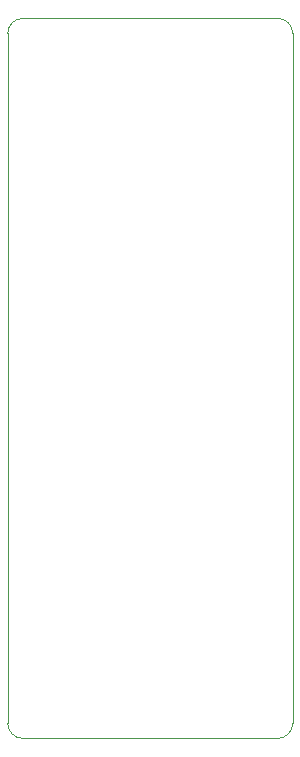
<source format=gbr>
%TF.GenerationSoftware,KiCad,Pcbnew,(6.0.5)*%
%TF.CreationDate,2022-06-25T15:42:17-04:00*%
%TF.ProjectId,Breakout_Converter,42726561-6b6f-4757-945f-436f6e766572,rev?*%
%TF.SameCoordinates,Original*%
%TF.FileFunction,Profile,NP*%
%FSLAX46Y46*%
G04 Gerber Fmt 4.6, Leading zero omitted, Abs format (unit mm)*
G04 Created by KiCad (PCBNEW (6.0.5)) date 2022-06-25 15:42:17*
%MOMM*%
%LPD*%
G01*
G04 APERTURE LIST*
%TA.AperFunction,Profile*%
%ADD10C,0.100000*%
%TD*%
G04 APERTURE END LIST*
D10*
X154304968Y-49529600D02*
G75*
G03*
X153035000Y-48259632I-1269968J0D01*
G01*
X131445000Y-48260000D02*
G75*
G03*
X130175000Y-49529600I0J-1270000D01*
G01*
X130175000Y-107949968D02*
G75*
G03*
X131445000Y-109220000I1270000J-32D01*
G01*
X153035000Y-109220000D02*
G75*
G03*
X154305000Y-107949968I0J1270000D01*
G01*
X130175000Y-107949968D02*
X130175000Y-49529600D01*
X153035000Y-109219968D02*
X131445000Y-109220000D01*
X131445000Y-48260000D02*
X153035000Y-48259632D01*
X154305000Y-49529600D02*
X154305000Y-107949968D01*
M02*

</source>
